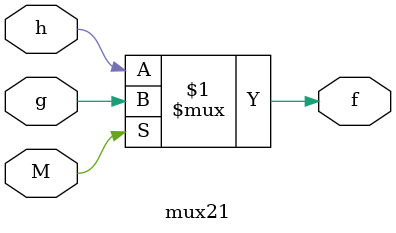
<source format=v>
module mux21(M,g,h,f);
	input wire M,g,h;
	output wire f;
	assign f=M?g:h;
endmodule

</source>
